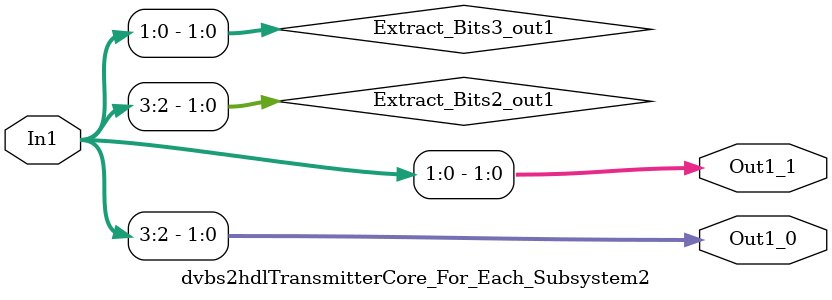
<source format=v>



`timescale 1 ns / 1 ns

module dvbs2hdlTransmitterCore_For_Each_Subsystem2
          (In1,
           Out1_0,
           Out1_1);


  input   [3:0] In1;  // ufix4
  output  [1:0] Out1_0;  // ufix2
  output  [1:0] Out1_1;  // ufix2


  wire [1:0] Extract_Bits2_out1;  // ufix2
  wire [1:0] Extract_Bits3_out1;  // ufix2


  assign Extract_Bits2_out1 = In1[3:2];



  assign Out1_0 = Extract_Bits2_out1;

  assign Extract_Bits3_out1 = In1[1:0];



  assign Out1_1 = Extract_Bits3_out1;

endmodule  // dvbs2hdlTransmitterCore_For_Each_Subsystem2


</source>
